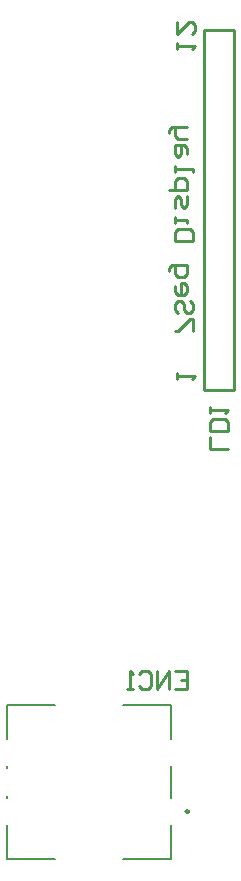
<source format=gbr>
%TF.GenerationSoftware,Altium Limited,Altium Designer,24.3.1 (35)*%
G04 Layer_Color=32896*
%FSLAX45Y45*%
%MOMM*%
%TF.SameCoordinates,0FFCB549-CC09-4AA2-A398-349E3E2AD51F*%
%TF.FilePolarity,Positive*%
%TF.FileFunction,Legend,Bot*%
%TF.Part,Single*%
G01*
G75*
%TA.AperFunction,NonConductor*%
%ADD24C,0.25000*%
%ADD25C,0.20000*%
%ADD28C,0.25400*%
D24*
X2345000Y500000D02*
G03*
X2345000Y500000I-12500J0D01*
G01*
D25*
X1787500Y100001D02*
X2195002D01*
X805002D02*
X1212500D01*
X805002Y1115000D02*
Y1399998D01*
Y864998D02*
Y884998D01*
Y615001D02*
Y635001D01*
Y100001D02*
Y384999D01*
X1787500Y1399998D02*
X2195002D01*
X805002D02*
X1212500D01*
X2195002Y1115000D02*
Y1399998D01*
Y615001D02*
Y884998D01*
Y100001D02*
Y384999D01*
D28*
X2473000Y7120998D02*
X2727000D01*
X2473000Y4072998D02*
Y7120998D01*
Y4072998D02*
X2727000D01*
Y7120998D01*
X2244400Y4161901D02*
Y4212684D01*
Y4187293D01*
X2396751D01*
X2371359Y4161901D01*
X2244400Y6955901D02*
Y7006684D01*
Y6981293D01*
X2396751D01*
X2371359Y6955901D01*
X2244400Y7184427D02*
Y7082860D01*
X2345967Y7184427D01*
X2371359D01*
X2396751Y7159035D01*
Y7108251D01*
X2371359Y7082860D01*
X2676175Y3572258D02*
X2523825D01*
Y3673825D01*
X2676175Y3724609D02*
X2523825D01*
Y3800784D01*
X2549216Y3826176D01*
X2650783D01*
X2676175Y3800784D01*
Y3724609D01*
X2523825Y3876959D02*
Y3927743D01*
Y3902351D01*
X2676175D01*
X2650783Y3876959D01*
X2378534Y4569401D02*
Y4670968D01*
X2353142D01*
X2251575Y4569401D01*
X2226183D01*
X2353142Y4823319D02*
X2378534Y4797927D01*
Y4747144D01*
X2353142Y4721752D01*
X2327750D01*
X2302359Y4747144D01*
Y4797927D01*
X2276967Y4823319D01*
X2251575D01*
X2226183Y4797927D01*
Y4747144D01*
X2251575Y4721752D01*
X2226183Y4950278D02*
Y4899494D01*
X2251575Y4874103D01*
X2302359D01*
X2327750Y4899494D01*
Y4950278D01*
X2302359Y4975670D01*
X2276967D01*
Y4874103D01*
X2175400Y5077237D02*
Y5102629D01*
X2200791Y5128020D01*
X2327750D01*
Y5051845D01*
X2302359Y5026453D01*
X2251575D01*
X2226183Y5051845D01*
Y5128020D01*
X2378534Y5331155D02*
X2226183D01*
Y5407330D01*
X2251575Y5432722D01*
X2353142D01*
X2378534Y5407330D01*
Y5331155D01*
X2226183Y5483505D02*
Y5534289D01*
Y5508897D01*
X2327750D01*
Y5483505D01*
X2226183Y5610464D02*
Y5686640D01*
X2251575Y5712032D01*
X2276967Y5686640D01*
Y5635856D01*
X2302359Y5610464D01*
X2327750Y5635856D01*
Y5712032D01*
X2175400Y5762815D02*
X2327750D01*
Y5838990D01*
X2302359Y5864382D01*
X2251575D01*
X2226183Y5838990D01*
Y5762815D01*
Y5915166D02*
Y5965949D01*
Y5940558D01*
X2378534D01*
Y5915166D01*
X2327750Y6067516D02*
Y6118300D01*
X2302359Y6143692D01*
X2226183D01*
Y6067516D01*
X2251575Y6042125D01*
X2276967Y6067516D01*
Y6143692D01*
X2327750Y6194475D02*
X2251575D01*
X2226183Y6219867D01*
Y6296043D01*
X2200791D01*
X2175400Y6270651D01*
Y6245259D01*
X2226183Y6296043D02*
X2327750D01*
X2231413Y1688031D02*
X2332980D01*
Y1535680D01*
X2231413D01*
X2332980Y1611855D02*
X2282197D01*
X2180629Y1535680D02*
Y1688031D01*
X2079062Y1535680D01*
Y1688031D01*
X1926711Y1662639D02*
X1952103Y1688031D01*
X2002887D01*
X2028279Y1662639D01*
Y1561072D01*
X2002887Y1535680D01*
X1952103D01*
X1926711Y1561072D01*
X1875928Y1535680D02*
X1825144D01*
X1850536D01*
Y1688031D01*
X1875928Y1662639D01*
%TF.MD5,afb352cea088b0235899ac1ab935e979*%
M02*

</source>
